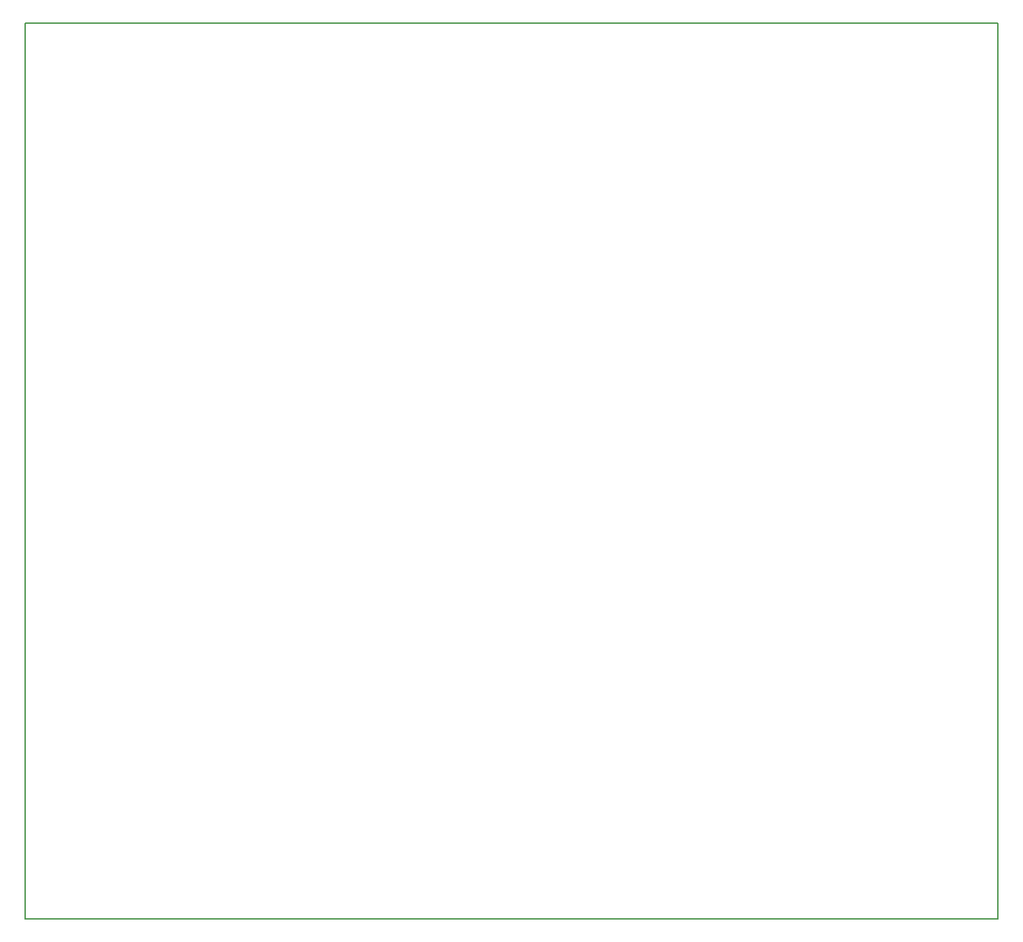
<source format=gbr>
%TF.GenerationSoftware,KiCad,Pcbnew,(6.0.7)*%
%TF.CreationDate,2022-08-08T23:44:24-07:00*%
%TF.ProjectId,adatface_baseboard,61646174-6661-4636-955f-62617365626f,rev?*%
%TF.SameCoordinates,Original*%
%TF.FileFunction,Profile,NP*%
%FSLAX46Y46*%
G04 Gerber Fmt 4.6, Leading zero omitted, Abs format (unit mm)*
G04 Created by KiCad (PCBNEW (6.0.7)) date 2022-08-08 23:44:24*
%MOMM*%
%LPD*%
G01*
G04 APERTURE LIST*
%TA.AperFunction,Profile*%
%ADD10C,0.150000*%
%TD*%
G04 APERTURE END LIST*
D10*
X41350000Y-36650000D02*
X162650000Y-36650000D01*
X162650000Y-36650000D02*
X162650000Y-148250000D01*
X162650000Y-148250000D02*
X41350000Y-148250000D01*
X41350000Y-148250000D02*
X41350000Y-36650000D01*
M02*

</source>
